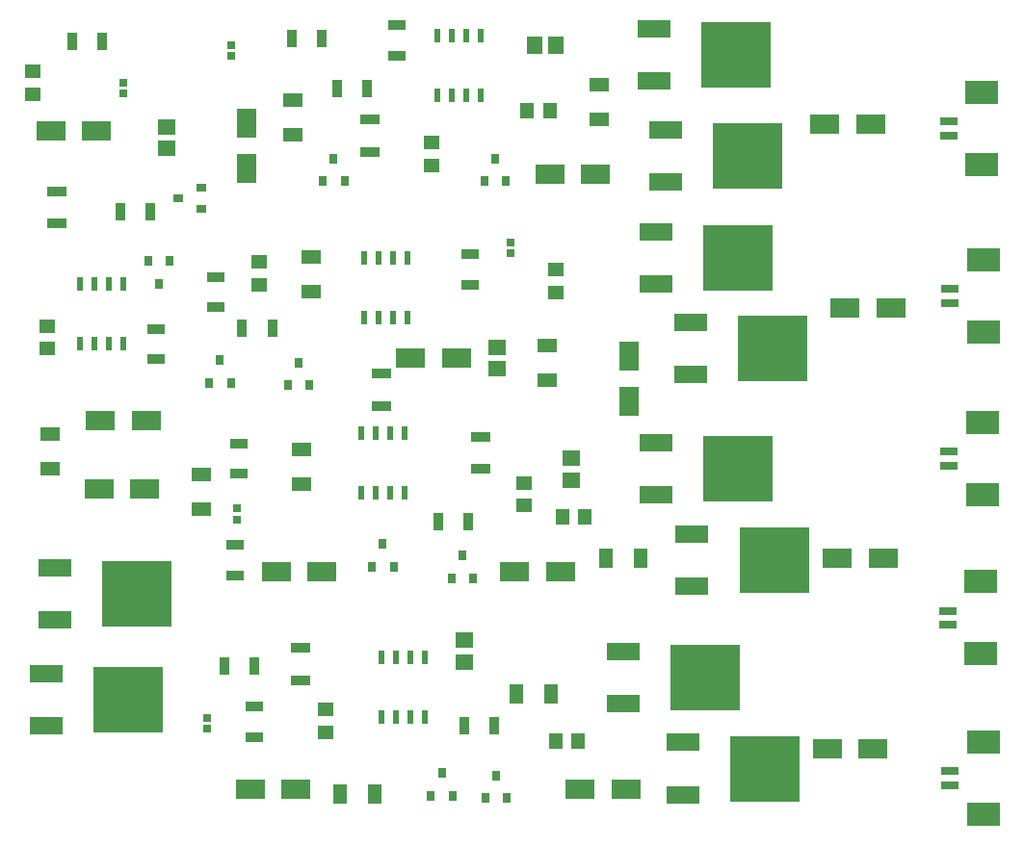
<source format=gtp>
G04 Layer_Color=8421504*
%FSLAX42Y42*%
%MOMM*%
G71*
G01*
G75*
%ADD10R,3.00X1.60*%
%ADD11R,6.20X5.80*%
%ADD12R,1.50X1.40*%
%ADD13R,0.72X0.76*%
%ADD14R,2.50X1.70*%
%ADD15R,1.45X1.20*%
%ADD16R,0.85X1.60*%
%ADD17R,3.00X2.10*%
%ADD18R,1.60X0.80*%
%ADD19R,1.60X0.85*%
%ADD20R,0.80X0.90*%
G04:AMPARAMS|DCode=21|XSize=0.55mm|YSize=1.25mm|CornerRadius=0.05mm|HoleSize=0mm|Usage=FLASHONLY|Rotation=180.000|XOffset=0mm|YOffset=0mm|HoleType=Round|Shape=RoundedRectangle|*
%AMROUNDEDRECTD21*
21,1,0.55,1.15,0,0,180.0*
21,1,0.45,1.25,0,0,180.0*
1,1,0.10,-0.23,0.58*
1,1,0.10,0.23,0.58*
1,1,0.10,0.23,-0.58*
1,1,0.10,-0.23,-0.58*
%
%ADD21ROUNDEDRECTD21*%
%ADD22R,1.40X1.50*%
%ADD23R,1.70X0.95*%
%ADD24R,0.90X0.80*%
%ADD25R,1.70X2.50*%
%ADD26R,1.80X1.25*%
%ADD27R,1.25X1.80*%
%ADD28R,1.20X1.45*%
D10*
X5801Y7938D02*
D03*
Y7480D02*
D03*
X5900Y7049D02*
D03*
Y6591D02*
D03*
X5821Y6152D02*
D03*
Y5694D02*
D03*
X6121Y5355D02*
D03*
Y4897D02*
D03*
X5813Y4296D02*
D03*
Y3838D02*
D03*
X6134Y3495D02*
D03*
Y3037D02*
D03*
X6052Y1662D02*
D03*
Y1204D02*
D03*
X461Y2269D02*
D03*
Y1811D02*
D03*
X5532Y2459D02*
D03*
Y2001D02*
D03*
X532Y3201D02*
D03*
Y2743D02*
D03*
D11*
X6521Y7709D02*
D03*
X6620Y6820D02*
D03*
X6540Y5923D02*
D03*
X6841Y5126D02*
D03*
X6533Y4067D02*
D03*
X6854Y3266D02*
D03*
X6772Y1433D02*
D03*
X1181Y2040D02*
D03*
X6252Y2230D02*
D03*
X1252Y2972D02*
D03*
D12*
X1514Y6886D02*
D03*
Y7076D02*
D03*
X4422Y4949D02*
D03*
Y5139D02*
D03*
X5075Y3972D02*
D03*
Y4162D02*
D03*
X4133Y2562D02*
D03*
Y2372D02*
D03*
D13*
X1135Y7470D02*
D03*
Y7372D02*
D03*
X2134Y3723D02*
D03*
Y3625D02*
D03*
X2085Y7797D02*
D03*
Y7699D02*
D03*
X4542Y6062D02*
D03*
Y5964D02*
D03*
X1875Y1880D02*
D03*
Y1782D02*
D03*
D14*
X499Y7046D02*
D03*
X898D02*
D03*
X4883Y6660D02*
D03*
X5283D02*
D03*
X7479Y5484D02*
D03*
X7879D02*
D03*
X3661Y5044D02*
D03*
X4061D02*
D03*
X2877Y3167D02*
D03*
X2477D02*
D03*
X4575D02*
D03*
X4975D02*
D03*
X7412Y3287D02*
D03*
X7812D02*
D03*
X2254Y1252D02*
D03*
X2654D02*
D03*
X923Y3889D02*
D03*
X1323D02*
D03*
X5552Y1252D02*
D03*
X5152D02*
D03*
X1335Y4498D02*
D03*
X935D02*
D03*
X7722Y1608D02*
D03*
X7322D02*
D03*
X7701Y7099D02*
D03*
X7301D02*
D03*
D15*
X338Y7365D02*
D03*
Y7565D02*
D03*
X3843Y6740D02*
D03*
Y6940D02*
D03*
X2332Y5891D02*
D03*
Y5691D02*
D03*
X4656Y3946D02*
D03*
Y3746D02*
D03*
X2913Y1951D02*
D03*
Y1751D02*
D03*
X4940Y5823D02*
D03*
Y5623D02*
D03*
X467Y5327D02*
D03*
Y5127D02*
D03*
D16*
X948Y7833D02*
D03*
X683D02*
D03*
X2878Y7859D02*
D03*
X2613D02*
D03*
X3277Y7419D02*
D03*
X3012D02*
D03*
X2443Y5304D02*
D03*
X2178D02*
D03*
X4169Y3607D02*
D03*
X3904D02*
D03*
X1372Y6335D02*
D03*
X1107D02*
D03*
X4394Y1811D02*
D03*
X4129D02*
D03*
X2286Y2332D02*
D03*
X2021D02*
D03*
D17*
X8692Y5906D02*
D03*
Y5271D02*
D03*
X8677Y7379D02*
D03*
Y6744D02*
D03*
X8684Y4478D02*
D03*
Y3843D02*
D03*
X8674Y3076D02*
D03*
Y2441D02*
D03*
X8692Y1669D02*
D03*
Y1034D02*
D03*
D18*
X8402Y5650D02*
D03*
Y5526D02*
D03*
X8387Y7124D02*
D03*
Y6999D02*
D03*
X8394Y4223D02*
D03*
Y4098D02*
D03*
X8384Y2821D02*
D03*
Y2696D02*
D03*
X8402Y1414D02*
D03*
Y1289D02*
D03*
D19*
X2289Y1977D02*
D03*
Y1712D02*
D03*
X3543Y7971D02*
D03*
Y7706D02*
D03*
X4183Y5957D02*
D03*
Y5692D02*
D03*
X1946Y5491D02*
D03*
Y5756D02*
D03*
X1425Y5299D02*
D03*
Y5034D02*
D03*
X2154Y4291D02*
D03*
Y4026D02*
D03*
X2113Y3399D02*
D03*
Y3134D02*
D03*
D20*
X4317Y1172D02*
D03*
X4507D02*
D03*
X4412Y1372D02*
D03*
X2889Y6601D02*
D03*
X3080D02*
D03*
X2984Y6801D02*
D03*
X4307Y6600D02*
D03*
X4497D02*
D03*
X4402Y6800D02*
D03*
X2583Y4806D02*
D03*
X2773D02*
D03*
X2678Y5006D02*
D03*
X4020Y3107D02*
D03*
X4210D02*
D03*
X4115Y3307D02*
D03*
X1889Y4825D02*
D03*
X2079D02*
D03*
X1984Y5025D02*
D03*
X3321Y3207D02*
D03*
X3511D02*
D03*
X3416Y3407D02*
D03*
X3839Y1192D02*
D03*
X4029D02*
D03*
X3934Y1392D02*
D03*
X1544Y5898D02*
D03*
X1354D02*
D03*
X1449Y5698D02*
D03*
D21*
X4275Y7882D02*
D03*
X4148D02*
D03*
X4021D02*
D03*
X3894D02*
D03*
X4275Y7358D02*
D03*
X4148D02*
D03*
X4021D02*
D03*
X3894D02*
D03*
X3635Y5927D02*
D03*
X3508D02*
D03*
X3381D02*
D03*
X3254D02*
D03*
X3635Y5402D02*
D03*
X3508D02*
D03*
X3381D02*
D03*
X3254D02*
D03*
X3607Y4387D02*
D03*
X3480D02*
D03*
X3353D02*
D03*
X3226D02*
D03*
X3607Y3862D02*
D03*
X3480D02*
D03*
X3353D02*
D03*
X3226D02*
D03*
X3785Y2414D02*
D03*
X3658D02*
D03*
X3531D02*
D03*
X3404D02*
D03*
X3785Y1889D02*
D03*
X3658D02*
D03*
X3531D02*
D03*
X3404D02*
D03*
X1138Y5694D02*
D03*
X1011D02*
D03*
X884D02*
D03*
X757D02*
D03*
X1138Y5169D02*
D03*
X1011D02*
D03*
X884D02*
D03*
X757D02*
D03*
D22*
X4746Y7800D02*
D03*
X4936D02*
D03*
D23*
X3404Y4905D02*
D03*
Y4625D02*
D03*
X4275Y4347D02*
D03*
Y4067D02*
D03*
X2695Y2212D02*
D03*
Y2492D02*
D03*
X554Y6507D02*
D03*
Y6227D02*
D03*
X3305Y7140D02*
D03*
Y6860D02*
D03*
D24*
X1820Y6354D02*
D03*
Y6544D02*
D03*
X1620Y6449D02*
D03*
D25*
X2217Y6709D02*
D03*
Y7109D02*
D03*
X5580Y5064D02*
D03*
Y4664D02*
D03*
D26*
X2624Y7313D02*
D03*
Y7008D02*
D03*
X5316Y7447D02*
D03*
Y7142D02*
D03*
X2784Y5936D02*
D03*
Y5631D02*
D03*
X2697Y4239D02*
D03*
Y3934D02*
D03*
X4862Y5156D02*
D03*
Y4851D02*
D03*
X1821Y4018D02*
D03*
Y3713D02*
D03*
X495Y4374D02*
D03*
Y4069D02*
D03*
D27*
X5375Y3287D02*
D03*
X5680D02*
D03*
X3040Y1212D02*
D03*
X3345D02*
D03*
X4587Y2090D02*
D03*
X4892D02*
D03*
D28*
X4883Y7219D02*
D03*
X4683D02*
D03*
X5194Y3647D02*
D03*
X4994D02*
D03*
X5133Y1671D02*
D03*
X4933D02*
D03*
M02*

</source>
